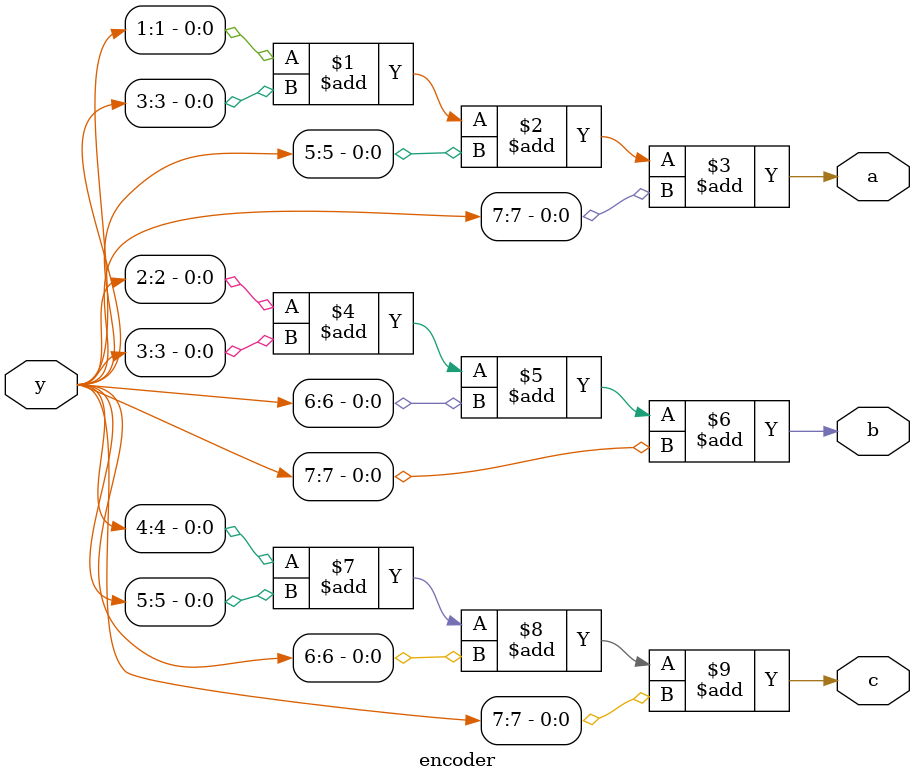
<source format=v>
`timescale 1ns / 1ps


module encoder(
    input [7:0] y,
    output a,b,c   
    );
    
    assign a = y[1]+y[3]+y[5]+y[7];
    assign b = y[2]+y[3]+y[6]+y[7];    
    assign c = y[4]+y[5]+y[6]+y[7];  
    
endmodule

</source>
